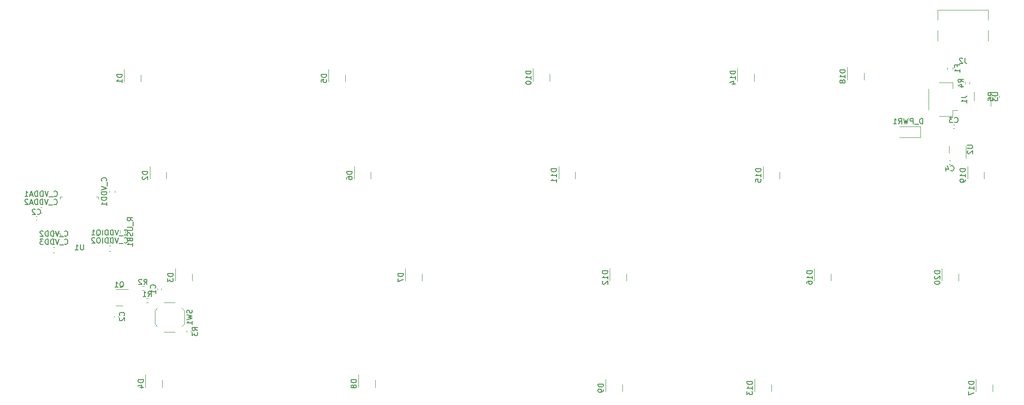
<source format=gbr>
%TF.GenerationSoftware,KiCad,Pcbnew,(6.0.4)*%
%TF.CreationDate,2022-12-31T18:56:14+01:00*%
%TF.ProjectId,PeppyQAZ,50657070-7951-4415-9a2e-6b696361645f,rev?*%
%TF.SameCoordinates,Original*%
%TF.FileFunction,Legend,Bot*%
%TF.FilePolarity,Positive*%
%FSLAX46Y46*%
G04 Gerber Fmt 4.6, Leading zero omitted, Abs format (unit mm)*
G04 Created by KiCad (PCBNEW (6.0.4)) date 2022-12-31 18:56:14*
%MOMM*%
%LPD*%
G01*
G04 APERTURE LIST*
%ADD10C,0.150000*%
%ADD11C,0.120000*%
G04 APERTURE END LIST*
D10*
%TO.C,C_VDDIO1*%
X57198095Y-95997142D02*
X57245714Y-96044761D01*
X57388571Y-96092380D01*
X57483809Y-96092380D01*
X57626666Y-96044761D01*
X57721904Y-95949523D01*
X57769523Y-95854285D01*
X57817142Y-95663809D01*
X57817142Y-95520952D01*
X57769523Y-95330476D01*
X57721904Y-95235238D01*
X57626666Y-95140000D01*
X57483809Y-95092380D01*
X57388571Y-95092380D01*
X57245714Y-95140000D01*
X57198095Y-95187619D01*
X57007619Y-96187619D02*
X56245714Y-96187619D01*
X56150476Y-95092380D02*
X55817142Y-96092380D01*
X55483809Y-95092380D01*
X55150476Y-96092380D02*
X55150476Y-95092380D01*
X54912380Y-95092380D01*
X54769523Y-95140000D01*
X54674285Y-95235238D01*
X54626666Y-95330476D01*
X54579047Y-95520952D01*
X54579047Y-95663809D01*
X54626666Y-95854285D01*
X54674285Y-95949523D01*
X54769523Y-96044761D01*
X54912380Y-96092380D01*
X55150476Y-96092380D01*
X54150476Y-96092380D02*
X54150476Y-95092380D01*
X53912380Y-95092380D01*
X53769523Y-95140000D01*
X53674285Y-95235238D01*
X53626666Y-95330476D01*
X53579047Y-95520952D01*
X53579047Y-95663809D01*
X53626666Y-95854285D01*
X53674285Y-95949523D01*
X53769523Y-96044761D01*
X53912380Y-96092380D01*
X54150476Y-96092380D01*
X53150476Y-96092380D02*
X53150476Y-95092380D01*
X52483809Y-95092380D02*
X52293333Y-95092380D01*
X52198095Y-95140000D01*
X52102857Y-95235238D01*
X52055238Y-95425714D01*
X52055238Y-95759047D01*
X52102857Y-95949523D01*
X52198095Y-96044761D01*
X52293333Y-96092380D01*
X52483809Y-96092380D01*
X52579047Y-96044761D01*
X52674285Y-95949523D01*
X52721904Y-95759047D01*
X52721904Y-95425714D01*
X52674285Y-95235238D01*
X52579047Y-95140000D01*
X52483809Y-95092380D01*
X51102857Y-96092380D02*
X51674285Y-96092380D01*
X51388571Y-96092380D02*
X51388571Y-95092380D01*
X51483809Y-95235238D01*
X51579047Y-95330476D01*
X51674285Y-95378095D01*
%TO.C,D13*%
X174264880Y-123404464D02*
X173264880Y-123404464D01*
X173264880Y-123642559D01*
X173312500Y-123785416D01*
X173407738Y-123880654D01*
X173502976Y-123928273D01*
X173693452Y-123975892D01*
X173836309Y-123975892D01*
X174026785Y-123928273D01*
X174122023Y-123880654D01*
X174217261Y-123785416D01*
X174264880Y-123642559D01*
X174264880Y-123404464D01*
X174264880Y-124928273D02*
X174264880Y-124356845D01*
X174264880Y-124642559D02*
X173264880Y-124642559D01*
X173407738Y-124547321D01*
X173502976Y-124452083D01*
X173550595Y-124356845D01*
X173264880Y-125261607D02*
X173264880Y-125880654D01*
X173645833Y-125547321D01*
X173645833Y-125690178D01*
X173693452Y-125785416D01*
X173741071Y-125833035D01*
X173836309Y-125880654D01*
X174074404Y-125880654D01*
X174169642Y-125833035D01*
X174217261Y-125785416D01*
X174264880Y-125690178D01*
X174264880Y-125404464D01*
X174217261Y-125309226D01*
X174169642Y-125261607D01*
%TO.C,J1*%
X213195880Y-70403166D02*
X213910166Y-70403166D01*
X214053023Y-70355547D01*
X214148261Y-70260309D01*
X214195880Y-70117452D01*
X214195880Y-70022214D01*
X214195880Y-71403166D02*
X214195880Y-70831738D01*
X214195880Y-71117452D02*
X213195880Y-71117452D01*
X213338738Y-71022214D01*
X213433976Y-70926976D01*
X213481595Y-70831738D01*
%TO.C,D7*%
X109177380Y-103243154D02*
X108177380Y-103243154D01*
X108177380Y-103481250D01*
X108225000Y-103624107D01*
X108320238Y-103719345D01*
X108415476Y-103766964D01*
X108605952Y-103814583D01*
X108748809Y-103814583D01*
X108939285Y-103766964D01*
X109034523Y-103719345D01*
X109129761Y-103624107D01*
X109177380Y-103481250D01*
X109177380Y-103243154D01*
X108177380Y-104147916D02*
X108177380Y-104814583D01*
X109177380Y-104386011D01*
%TO.C,D3*%
X66314880Y-103243154D02*
X65314880Y-103243154D01*
X65314880Y-103481250D01*
X65362500Y-103624107D01*
X65457738Y-103719345D01*
X65552976Y-103766964D01*
X65743452Y-103814583D01*
X65886309Y-103814583D01*
X66076785Y-103766964D01*
X66172023Y-103719345D01*
X66267261Y-103624107D01*
X66314880Y-103481250D01*
X66314880Y-103243154D01*
X65314880Y-104147916D02*
X65314880Y-104766964D01*
X65695833Y-104433630D01*
X65695833Y-104576488D01*
X65743452Y-104671726D01*
X65791071Y-104719345D01*
X65886309Y-104766964D01*
X66124404Y-104766964D01*
X66219642Y-104719345D01*
X66267261Y-104671726D01*
X66314880Y-104576488D01*
X66314880Y-104290773D01*
X66267261Y-104195535D01*
X66219642Y-104147916D01*
%TO.C,R2*%
X60846666Y-105312380D02*
X61180000Y-104836190D01*
X61418095Y-105312380D02*
X61418095Y-104312380D01*
X61037142Y-104312380D01*
X60941904Y-104360000D01*
X60894285Y-104407619D01*
X60846666Y-104502857D01*
X60846666Y-104645714D01*
X60894285Y-104740952D01*
X60941904Y-104788571D01*
X61037142Y-104836190D01*
X61418095Y-104836190D01*
X60465714Y-104407619D02*
X60418095Y-104360000D01*
X60322857Y-104312380D01*
X60084761Y-104312380D01*
X59989523Y-104360000D01*
X59941904Y-104407619D01*
X59894285Y-104502857D01*
X59894285Y-104598095D01*
X59941904Y-104740952D01*
X60513333Y-105312380D01*
X59894285Y-105312380D01*
%TO.C,U3*%
X219002380Y-69463095D02*
X219811904Y-69463095D01*
X219907142Y-69510714D01*
X219954761Y-69558333D01*
X220002380Y-69653571D01*
X220002380Y-69844047D01*
X219954761Y-69939285D01*
X219907142Y-69986904D01*
X219811904Y-70034523D01*
X219002380Y-70034523D01*
X219002380Y-70415476D02*
X219002380Y-71034523D01*
X219383333Y-70701190D01*
X219383333Y-70844047D01*
X219430952Y-70939285D01*
X219478571Y-70986904D01*
X219573809Y-71034523D01*
X219811904Y-71034523D01*
X219907142Y-70986904D01*
X219954761Y-70939285D01*
X220002380Y-70844047D01*
X220002380Y-70558333D01*
X219954761Y-70463095D01*
X219907142Y-70415476D01*
%TO.C,C_VDDA1*%
X44094761Y-88787142D02*
X44142380Y-88834761D01*
X44285238Y-88882380D01*
X44380476Y-88882380D01*
X44523333Y-88834761D01*
X44618571Y-88739523D01*
X44666190Y-88644285D01*
X44713809Y-88453809D01*
X44713809Y-88310952D01*
X44666190Y-88120476D01*
X44618571Y-88025238D01*
X44523333Y-87930000D01*
X44380476Y-87882380D01*
X44285238Y-87882380D01*
X44142380Y-87930000D01*
X44094761Y-87977619D01*
X43904285Y-88977619D02*
X43142380Y-88977619D01*
X43047142Y-87882380D02*
X42713809Y-88882380D01*
X42380476Y-87882380D01*
X42047142Y-88882380D02*
X42047142Y-87882380D01*
X41809047Y-87882380D01*
X41666190Y-87930000D01*
X41570952Y-88025238D01*
X41523333Y-88120476D01*
X41475714Y-88310952D01*
X41475714Y-88453809D01*
X41523333Y-88644285D01*
X41570952Y-88739523D01*
X41666190Y-88834761D01*
X41809047Y-88882380D01*
X42047142Y-88882380D01*
X41047142Y-88882380D02*
X41047142Y-87882380D01*
X40809047Y-87882380D01*
X40666190Y-87930000D01*
X40570952Y-88025238D01*
X40523333Y-88120476D01*
X40475714Y-88310952D01*
X40475714Y-88453809D01*
X40523333Y-88644285D01*
X40570952Y-88739523D01*
X40666190Y-88834761D01*
X40809047Y-88882380D01*
X41047142Y-88882380D01*
X40094761Y-88596666D02*
X39618571Y-88596666D01*
X40190000Y-88882380D02*
X39856666Y-87882380D01*
X39523333Y-88882380D01*
X38666190Y-88882380D02*
X39237619Y-88882380D01*
X38951904Y-88882380D02*
X38951904Y-87882380D01*
X39047142Y-88025238D01*
X39142380Y-88120476D01*
X39237619Y-88168095D01*
%TO.C,R_USB1*%
X58772380Y-93432380D02*
X58296190Y-93099047D01*
X58772380Y-92860952D02*
X57772380Y-92860952D01*
X57772380Y-93241904D01*
X57820000Y-93337142D01*
X57867619Y-93384761D01*
X57962857Y-93432380D01*
X58105714Y-93432380D01*
X58200952Y-93384761D01*
X58248571Y-93337142D01*
X58296190Y-93241904D01*
X58296190Y-92860952D01*
X58867619Y-93622857D02*
X58867619Y-94384761D01*
X57772380Y-94622857D02*
X58581904Y-94622857D01*
X58677142Y-94670476D01*
X58724761Y-94718095D01*
X58772380Y-94813333D01*
X58772380Y-95003809D01*
X58724761Y-95099047D01*
X58677142Y-95146666D01*
X58581904Y-95194285D01*
X57772380Y-95194285D01*
X58724761Y-95622857D02*
X58772380Y-95765714D01*
X58772380Y-96003809D01*
X58724761Y-96099047D01*
X58677142Y-96146666D01*
X58581904Y-96194285D01*
X58486666Y-96194285D01*
X58391428Y-96146666D01*
X58343809Y-96099047D01*
X58296190Y-96003809D01*
X58248571Y-95813333D01*
X58200952Y-95718095D01*
X58153333Y-95670476D01*
X58058095Y-95622857D01*
X57962857Y-95622857D01*
X57867619Y-95670476D01*
X57820000Y-95718095D01*
X57772380Y-95813333D01*
X57772380Y-96051428D01*
X57820000Y-96194285D01*
X58248571Y-96956190D02*
X58296190Y-97099047D01*
X58343809Y-97146666D01*
X58439047Y-97194285D01*
X58581904Y-97194285D01*
X58677142Y-97146666D01*
X58724761Y-97099047D01*
X58772380Y-97003809D01*
X58772380Y-96622857D01*
X57772380Y-96622857D01*
X57772380Y-96956190D01*
X57820000Y-97051428D01*
X57867619Y-97099047D01*
X57962857Y-97146666D01*
X58058095Y-97146666D01*
X58153333Y-97099047D01*
X58200952Y-97051428D01*
X58248571Y-96956190D01*
X58248571Y-96622857D01*
X58772380Y-98146666D02*
X58772380Y-97575238D01*
X58772380Y-97860952D02*
X57772380Y-97860952D01*
X57915238Y-97765714D01*
X58010476Y-97670476D01*
X58058095Y-97575238D01*
%TO.C,D16*%
X185377380Y-102766964D02*
X184377380Y-102766964D01*
X184377380Y-103005059D01*
X184425000Y-103147916D01*
X184520238Y-103243154D01*
X184615476Y-103290773D01*
X184805952Y-103338392D01*
X184948809Y-103338392D01*
X185139285Y-103290773D01*
X185234523Y-103243154D01*
X185329761Y-103147916D01*
X185377380Y-103005059D01*
X185377380Y-102766964D01*
X185377380Y-104290773D02*
X185377380Y-103719345D01*
X185377380Y-104005059D02*
X184377380Y-104005059D01*
X184520238Y-103909821D01*
X184615476Y-103814583D01*
X184663095Y-103719345D01*
X184377380Y-105147916D02*
X184377380Y-104957440D01*
X184425000Y-104862202D01*
X184472619Y-104814583D01*
X184615476Y-104719345D01*
X184805952Y-104671726D01*
X185186904Y-104671726D01*
X185282142Y-104719345D01*
X185329761Y-104766964D01*
X185377380Y-104862202D01*
X185377380Y-105052678D01*
X185329761Y-105147916D01*
X185282142Y-105195535D01*
X185186904Y-105243154D01*
X184948809Y-105243154D01*
X184853571Y-105195535D01*
X184805952Y-105147916D01*
X184758333Y-105052678D01*
X184758333Y-104862202D01*
X184805952Y-104766964D01*
X184853571Y-104719345D01*
X184948809Y-104671726D01*
%TO.C,D9*%
X146483630Y-123880654D02*
X145483630Y-123880654D01*
X145483630Y-124118750D01*
X145531250Y-124261607D01*
X145626488Y-124356845D01*
X145721726Y-124404464D01*
X145912202Y-124452083D01*
X146055059Y-124452083D01*
X146245535Y-124404464D01*
X146340773Y-124356845D01*
X146436011Y-124261607D01*
X146483630Y-124118750D01*
X146483630Y-123880654D01*
X146483630Y-124928273D02*
X146483630Y-125118750D01*
X146436011Y-125213988D01*
X146388392Y-125261607D01*
X146245535Y-125356845D01*
X146055059Y-125404464D01*
X145674107Y-125404464D01*
X145578869Y-125356845D01*
X145531250Y-125309226D01*
X145483630Y-125213988D01*
X145483630Y-125023511D01*
X145531250Y-124928273D01*
X145578869Y-124880654D01*
X145674107Y-124833035D01*
X145912202Y-124833035D01*
X146007440Y-124880654D01*
X146055059Y-124928273D01*
X146102678Y-125023511D01*
X146102678Y-125213988D01*
X146055059Y-125309226D01*
X146007440Y-125356845D01*
X145912202Y-125404464D01*
%TO.C,C3*%
X211941666Y-74997142D02*
X211989285Y-75044761D01*
X212132142Y-75092380D01*
X212227380Y-75092380D01*
X212370238Y-75044761D01*
X212465476Y-74949523D01*
X212513095Y-74854285D01*
X212560714Y-74663809D01*
X212560714Y-74520952D01*
X212513095Y-74330476D01*
X212465476Y-74235238D01*
X212370238Y-74140000D01*
X212227380Y-74092380D01*
X212132142Y-74092380D01*
X211989285Y-74140000D01*
X211941666Y-74187619D01*
X211608333Y-74092380D02*
X210989285Y-74092380D01*
X211322619Y-74473333D01*
X211179761Y-74473333D01*
X211084523Y-74520952D01*
X211036904Y-74568571D01*
X210989285Y-74663809D01*
X210989285Y-74901904D01*
X211036904Y-74997142D01*
X211084523Y-75044761D01*
X211179761Y-75092380D01*
X211465476Y-75092380D01*
X211560714Y-75044761D01*
X211608333Y-74997142D01*
%TO.C,C_VDDA2*%
X44079761Y-90297142D02*
X44127380Y-90344761D01*
X44270238Y-90392380D01*
X44365476Y-90392380D01*
X44508333Y-90344761D01*
X44603571Y-90249523D01*
X44651190Y-90154285D01*
X44698809Y-89963809D01*
X44698809Y-89820952D01*
X44651190Y-89630476D01*
X44603571Y-89535238D01*
X44508333Y-89440000D01*
X44365476Y-89392380D01*
X44270238Y-89392380D01*
X44127380Y-89440000D01*
X44079761Y-89487619D01*
X43889285Y-90487619D02*
X43127380Y-90487619D01*
X43032142Y-89392380D02*
X42698809Y-90392380D01*
X42365476Y-89392380D01*
X42032142Y-90392380D02*
X42032142Y-89392380D01*
X41794047Y-89392380D01*
X41651190Y-89440000D01*
X41555952Y-89535238D01*
X41508333Y-89630476D01*
X41460714Y-89820952D01*
X41460714Y-89963809D01*
X41508333Y-90154285D01*
X41555952Y-90249523D01*
X41651190Y-90344761D01*
X41794047Y-90392380D01*
X42032142Y-90392380D01*
X41032142Y-90392380D02*
X41032142Y-89392380D01*
X40794047Y-89392380D01*
X40651190Y-89440000D01*
X40555952Y-89535238D01*
X40508333Y-89630476D01*
X40460714Y-89820952D01*
X40460714Y-89963809D01*
X40508333Y-90154285D01*
X40555952Y-90249523D01*
X40651190Y-90344761D01*
X40794047Y-90392380D01*
X41032142Y-90392380D01*
X40079761Y-90106666D02*
X39603571Y-90106666D01*
X40175000Y-90392380D02*
X39841666Y-89392380D01*
X39508333Y-90392380D01*
X39222619Y-89487619D02*
X39175000Y-89440000D01*
X39079761Y-89392380D01*
X38841666Y-89392380D01*
X38746428Y-89440000D01*
X38698809Y-89487619D01*
X38651190Y-89582857D01*
X38651190Y-89678095D01*
X38698809Y-89820952D01*
X39270238Y-90392380D01*
X38651190Y-90392380D01*
%TO.C,C_VDDIO2*%
X57203095Y-97487142D02*
X57250714Y-97534761D01*
X57393571Y-97582380D01*
X57488809Y-97582380D01*
X57631666Y-97534761D01*
X57726904Y-97439523D01*
X57774523Y-97344285D01*
X57822142Y-97153809D01*
X57822142Y-97010952D01*
X57774523Y-96820476D01*
X57726904Y-96725238D01*
X57631666Y-96630000D01*
X57488809Y-96582380D01*
X57393571Y-96582380D01*
X57250714Y-96630000D01*
X57203095Y-96677619D01*
X57012619Y-97677619D02*
X56250714Y-97677619D01*
X56155476Y-96582380D02*
X55822142Y-97582380D01*
X55488809Y-96582380D01*
X55155476Y-97582380D02*
X55155476Y-96582380D01*
X54917380Y-96582380D01*
X54774523Y-96630000D01*
X54679285Y-96725238D01*
X54631666Y-96820476D01*
X54584047Y-97010952D01*
X54584047Y-97153809D01*
X54631666Y-97344285D01*
X54679285Y-97439523D01*
X54774523Y-97534761D01*
X54917380Y-97582380D01*
X55155476Y-97582380D01*
X54155476Y-97582380D02*
X54155476Y-96582380D01*
X53917380Y-96582380D01*
X53774523Y-96630000D01*
X53679285Y-96725238D01*
X53631666Y-96820476D01*
X53584047Y-97010952D01*
X53584047Y-97153809D01*
X53631666Y-97344285D01*
X53679285Y-97439523D01*
X53774523Y-97534761D01*
X53917380Y-97582380D01*
X54155476Y-97582380D01*
X53155476Y-97582380D02*
X53155476Y-96582380D01*
X52488809Y-96582380D02*
X52298333Y-96582380D01*
X52203095Y-96630000D01*
X52107857Y-96725238D01*
X52060238Y-96915714D01*
X52060238Y-97249047D01*
X52107857Y-97439523D01*
X52203095Y-97534761D01*
X52298333Y-97582380D01*
X52488809Y-97582380D01*
X52584047Y-97534761D01*
X52679285Y-97439523D01*
X52726904Y-97249047D01*
X52726904Y-96915714D01*
X52679285Y-96725238D01*
X52584047Y-96630000D01*
X52488809Y-96582380D01*
X51679285Y-96677619D02*
X51631666Y-96630000D01*
X51536428Y-96582380D01*
X51298333Y-96582380D01*
X51203095Y-96630000D01*
X51155476Y-96677619D01*
X51107857Y-96772857D01*
X51107857Y-96868095D01*
X51155476Y-97010952D01*
X51726904Y-97582380D01*
X51107857Y-97582380D01*
%TO.C,D1*%
X56789880Y-66080654D02*
X55789880Y-66080654D01*
X55789880Y-66318750D01*
X55837500Y-66461607D01*
X55932738Y-66556845D01*
X56027976Y-66604464D01*
X56218452Y-66652083D01*
X56361309Y-66652083D01*
X56551785Y-66604464D01*
X56647023Y-66556845D01*
X56742261Y-66461607D01*
X56789880Y-66318750D01*
X56789880Y-66080654D01*
X56789880Y-67604464D02*
X56789880Y-67033035D01*
X56789880Y-67318750D02*
X55789880Y-67318750D01*
X55932738Y-67223511D01*
X56027976Y-67128273D01*
X56075595Y-67033035D01*
%TO.C,D8*%
X100446130Y-123086904D02*
X99446130Y-123086904D01*
X99446130Y-123325000D01*
X99493750Y-123467857D01*
X99588988Y-123563095D01*
X99684226Y-123610714D01*
X99874702Y-123658333D01*
X100017559Y-123658333D01*
X100208035Y-123610714D01*
X100303273Y-123563095D01*
X100398511Y-123467857D01*
X100446130Y-123325000D01*
X100446130Y-123086904D01*
X99874702Y-124229761D02*
X99827083Y-124134523D01*
X99779464Y-124086904D01*
X99684226Y-124039285D01*
X99636607Y-124039285D01*
X99541369Y-124086904D01*
X99493750Y-124134523D01*
X99446130Y-124229761D01*
X99446130Y-124420238D01*
X99493750Y-124515476D01*
X99541369Y-124563095D01*
X99636607Y-124610714D01*
X99684226Y-124610714D01*
X99779464Y-124563095D01*
X99827083Y-124515476D01*
X99874702Y-124420238D01*
X99874702Y-124229761D01*
X99922321Y-124134523D01*
X99969940Y-124086904D01*
X100065178Y-124039285D01*
X100255654Y-124039285D01*
X100350892Y-124086904D01*
X100398511Y-124134523D01*
X100446130Y-124229761D01*
X100446130Y-124420238D01*
X100398511Y-124515476D01*
X100350892Y-124563095D01*
X100255654Y-124610714D01*
X100065178Y-124610714D01*
X99969940Y-124563095D01*
X99922321Y-124515476D01*
X99874702Y-124420238D01*
%TO.C,D2*%
X61552380Y-84193154D02*
X60552380Y-84193154D01*
X60552380Y-84431250D01*
X60600000Y-84574107D01*
X60695238Y-84669345D01*
X60790476Y-84716964D01*
X60980952Y-84764583D01*
X61123809Y-84764583D01*
X61314285Y-84716964D01*
X61409523Y-84669345D01*
X61504761Y-84574107D01*
X61552380Y-84431250D01*
X61552380Y-84193154D01*
X60647619Y-85145535D02*
X60600000Y-85193154D01*
X60552380Y-85288392D01*
X60552380Y-85526488D01*
X60600000Y-85621726D01*
X60647619Y-85669345D01*
X60742857Y-85716964D01*
X60838095Y-85716964D01*
X60980952Y-85669345D01*
X61552380Y-85097916D01*
X61552380Y-85716964D01*
%TO.C,R5*%
X219151130Y-70058333D02*
X218674940Y-69725000D01*
X219151130Y-69486904D02*
X218151130Y-69486904D01*
X218151130Y-69867857D01*
X218198750Y-69963095D01*
X218246369Y-70010714D01*
X218341607Y-70058333D01*
X218484464Y-70058333D01*
X218579702Y-70010714D01*
X218627321Y-69963095D01*
X218674940Y-69867857D01*
X218674940Y-69486904D01*
X218151130Y-70963095D02*
X218151130Y-70486904D01*
X218627321Y-70439285D01*
X218579702Y-70486904D01*
X218532083Y-70582142D01*
X218532083Y-70820238D01*
X218579702Y-70915476D01*
X218627321Y-70963095D01*
X218722559Y-71010714D01*
X218960654Y-71010714D01*
X219055892Y-70963095D01*
X219103511Y-70915476D01*
X219151130Y-70820238D01*
X219151130Y-70582142D01*
X219103511Y-70486904D01*
X219055892Y-70439285D01*
%TO.C,C2*%
X40956666Y-92137142D02*
X41004285Y-92184761D01*
X41147142Y-92232380D01*
X41242380Y-92232380D01*
X41385238Y-92184761D01*
X41480476Y-92089523D01*
X41528095Y-91994285D01*
X41575714Y-91803809D01*
X41575714Y-91660952D01*
X41528095Y-91470476D01*
X41480476Y-91375238D01*
X41385238Y-91280000D01*
X41242380Y-91232380D01*
X41147142Y-91232380D01*
X41004285Y-91280000D01*
X40956666Y-91327619D01*
X40575714Y-91327619D02*
X40528095Y-91280000D01*
X40432857Y-91232380D01*
X40194761Y-91232380D01*
X40099523Y-91280000D01*
X40051904Y-91327619D01*
X40004285Y-91422857D01*
X40004285Y-91518095D01*
X40051904Y-91660952D01*
X40623333Y-92232380D01*
X40004285Y-92232380D01*
%TO.C,D6*%
X99652380Y-84193154D02*
X98652380Y-84193154D01*
X98652380Y-84431250D01*
X98700000Y-84574107D01*
X98795238Y-84669345D01*
X98890476Y-84716964D01*
X99080952Y-84764583D01*
X99223809Y-84764583D01*
X99414285Y-84716964D01*
X99509523Y-84669345D01*
X99604761Y-84574107D01*
X99652380Y-84431250D01*
X99652380Y-84193154D01*
X98652380Y-85621726D02*
X98652380Y-85431250D01*
X98700000Y-85336011D01*
X98747619Y-85288392D01*
X98890476Y-85193154D01*
X99080952Y-85145535D01*
X99461904Y-85145535D01*
X99557142Y-85193154D01*
X99604761Y-85240773D01*
X99652380Y-85336011D01*
X99652380Y-85526488D01*
X99604761Y-85621726D01*
X99557142Y-85669345D01*
X99461904Y-85716964D01*
X99223809Y-85716964D01*
X99128571Y-85669345D01*
X99080952Y-85621726D01*
X99033333Y-85526488D01*
X99033333Y-85336011D01*
X99080952Y-85240773D01*
X99128571Y-85193154D01*
X99223809Y-85145535D01*
%TO.C,D10*%
X132989880Y-65460714D02*
X131989880Y-65460714D01*
X131989880Y-65698809D01*
X132037500Y-65841666D01*
X132132738Y-65936904D01*
X132227976Y-65984523D01*
X132418452Y-66032142D01*
X132561309Y-66032142D01*
X132751785Y-65984523D01*
X132847023Y-65936904D01*
X132942261Y-65841666D01*
X132989880Y-65698809D01*
X132989880Y-65460714D01*
X132989880Y-66984523D02*
X132989880Y-66413095D01*
X132989880Y-66698809D02*
X131989880Y-66698809D01*
X132132738Y-66603571D01*
X132227976Y-66508333D01*
X132275595Y-66413095D01*
X131989880Y-67603571D02*
X131989880Y-67698809D01*
X132037500Y-67794047D01*
X132085119Y-67841666D01*
X132180357Y-67889285D01*
X132370833Y-67936904D01*
X132608928Y-67936904D01*
X132799404Y-67889285D01*
X132894642Y-67841666D01*
X132942261Y-67794047D01*
X132989880Y-67698809D01*
X132989880Y-67603571D01*
X132942261Y-67508333D01*
X132894642Y-67460714D01*
X132799404Y-67413095D01*
X132608928Y-67365476D01*
X132370833Y-67365476D01*
X132180357Y-67413095D01*
X132085119Y-67460714D01*
X132037500Y-67508333D01*
X131989880Y-67603571D01*
%TO.C,D5*%
X94889880Y-66080654D02*
X93889880Y-66080654D01*
X93889880Y-66318750D01*
X93937500Y-66461607D01*
X94032738Y-66556845D01*
X94127976Y-66604464D01*
X94318452Y-66652083D01*
X94461309Y-66652083D01*
X94651785Y-66604464D01*
X94747023Y-66556845D01*
X94842261Y-66461607D01*
X94889880Y-66318750D01*
X94889880Y-66080654D01*
X93889880Y-67556845D02*
X93889880Y-67080654D01*
X94366071Y-67033035D01*
X94318452Y-67080654D01*
X94270833Y-67175892D01*
X94270833Y-67413988D01*
X94318452Y-67509226D01*
X94366071Y-67556845D01*
X94461309Y-67604464D01*
X94699404Y-67604464D01*
X94794642Y-67556845D01*
X94842261Y-67509226D01*
X94889880Y-67413988D01*
X94889880Y-67175892D01*
X94842261Y-67080654D01*
X94794642Y-67033035D01*
%TO.C,D18*%
X191542380Y-65225714D02*
X190542380Y-65225714D01*
X190542380Y-65463809D01*
X190590000Y-65606666D01*
X190685238Y-65701904D01*
X190780476Y-65749523D01*
X190970952Y-65797142D01*
X191113809Y-65797142D01*
X191304285Y-65749523D01*
X191399523Y-65701904D01*
X191494761Y-65606666D01*
X191542380Y-65463809D01*
X191542380Y-65225714D01*
X191542380Y-66749523D02*
X191542380Y-66178095D01*
X191542380Y-66463809D02*
X190542380Y-66463809D01*
X190685238Y-66368571D01*
X190780476Y-66273333D01*
X190828095Y-66178095D01*
X190970952Y-67320952D02*
X190923333Y-67225714D01*
X190875714Y-67178095D01*
X190780476Y-67130476D01*
X190732857Y-67130476D01*
X190637619Y-67178095D01*
X190590000Y-67225714D01*
X190542380Y-67320952D01*
X190542380Y-67511428D01*
X190590000Y-67606666D01*
X190637619Y-67654285D01*
X190732857Y-67701904D01*
X190780476Y-67701904D01*
X190875714Y-67654285D01*
X190923333Y-67606666D01*
X190970952Y-67511428D01*
X190970952Y-67320952D01*
X191018571Y-67225714D01*
X191066190Y-67178095D01*
X191161428Y-67130476D01*
X191351904Y-67130476D01*
X191447142Y-67178095D01*
X191494761Y-67225714D01*
X191542380Y-67320952D01*
X191542380Y-67511428D01*
X191494761Y-67606666D01*
X191447142Y-67654285D01*
X191351904Y-67701904D01*
X191161428Y-67701904D01*
X191066190Y-67654285D01*
X191018571Y-67606666D01*
X190970952Y-67511428D01*
%TO.C,C_VDD1*%
X53837142Y-85983809D02*
X53884761Y-85936190D01*
X53932380Y-85793333D01*
X53932380Y-85698095D01*
X53884761Y-85555238D01*
X53789523Y-85460000D01*
X53694285Y-85412380D01*
X53503809Y-85364761D01*
X53360952Y-85364761D01*
X53170476Y-85412380D01*
X53075238Y-85460000D01*
X52980000Y-85555238D01*
X52932380Y-85698095D01*
X52932380Y-85793333D01*
X52980000Y-85936190D01*
X53027619Y-85983809D01*
X54027619Y-86174285D02*
X54027619Y-86936190D01*
X52932380Y-87031428D02*
X53932380Y-87364761D01*
X52932380Y-87698095D01*
X53932380Y-88031428D02*
X52932380Y-88031428D01*
X52932380Y-88269523D01*
X52980000Y-88412380D01*
X53075238Y-88507619D01*
X53170476Y-88555238D01*
X53360952Y-88602857D01*
X53503809Y-88602857D01*
X53694285Y-88555238D01*
X53789523Y-88507619D01*
X53884761Y-88412380D01*
X53932380Y-88269523D01*
X53932380Y-88031428D01*
X53932380Y-89031428D02*
X52932380Y-89031428D01*
X52932380Y-89269523D01*
X52980000Y-89412380D01*
X53075238Y-89507619D01*
X53170476Y-89555238D01*
X53360952Y-89602857D01*
X53503809Y-89602857D01*
X53694285Y-89555238D01*
X53789523Y-89507619D01*
X53884761Y-89412380D01*
X53932380Y-89269523D01*
X53932380Y-89031428D01*
X53932380Y-90555238D02*
X53932380Y-89983809D01*
X53932380Y-90269523D02*
X52932380Y-90269523D01*
X53075238Y-90174285D01*
X53170476Y-90079047D01*
X53218095Y-89983809D01*
%TO.C,U2*%
X214302380Y-79313095D02*
X215111904Y-79313095D01*
X215207142Y-79360714D01*
X215254761Y-79408333D01*
X215302380Y-79503571D01*
X215302380Y-79694047D01*
X215254761Y-79789285D01*
X215207142Y-79836904D01*
X215111904Y-79884523D01*
X214302380Y-79884523D01*
X214397619Y-80313095D02*
X214350000Y-80360714D01*
X214302380Y-80455952D01*
X214302380Y-80694047D01*
X214350000Y-80789285D01*
X214397619Y-80836904D01*
X214492857Y-80884523D01*
X214588095Y-80884523D01*
X214730952Y-80836904D01*
X215302380Y-80265476D01*
X215302380Y-80884523D01*
%TO.C,SW1*%
X69784761Y-110086666D02*
X69832380Y-110229523D01*
X69832380Y-110467619D01*
X69784761Y-110562857D01*
X69737142Y-110610476D01*
X69641904Y-110658095D01*
X69546666Y-110658095D01*
X69451428Y-110610476D01*
X69403809Y-110562857D01*
X69356190Y-110467619D01*
X69308571Y-110277142D01*
X69260952Y-110181904D01*
X69213333Y-110134285D01*
X69118095Y-110086666D01*
X69022857Y-110086666D01*
X68927619Y-110134285D01*
X68880000Y-110181904D01*
X68832380Y-110277142D01*
X68832380Y-110515238D01*
X68880000Y-110658095D01*
X68832380Y-110991428D02*
X69832380Y-111229523D01*
X69118095Y-111420000D01*
X69832380Y-111610476D01*
X68832380Y-111848571D01*
X69832380Y-112753333D02*
X69832380Y-112181904D01*
X69832380Y-112467619D02*
X68832380Y-112467619D01*
X68975238Y-112372380D01*
X69070476Y-112277142D01*
X69118095Y-112181904D01*
%TO.C,D19*%
X213952380Y-83716964D02*
X212952380Y-83716964D01*
X212952380Y-83955059D01*
X213000000Y-84097916D01*
X213095238Y-84193154D01*
X213190476Y-84240773D01*
X213380952Y-84288392D01*
X213523809Y-84288392D01*
X213714285Y-84240773D01*
X213809523Y-84193154D01*
X213904761Y-84097916D01*
X213952380Y-83955059D01*
X213952380Y-83716964D01*
X213952380Y-85240773D02*
X213952380Y-84669345D01*
X213952380Y-84955059D02*
X212952380Y-84955059D01*
X213095238Y-84859821D01*
X213190476Y-84764583D01*
X213238095Y-84669345D01*
X213952380Y-85716964D02*
X213952380Y-85907440D01*
X213904761Y-86002678D01*
X213857142Y-86050297D01*
X213714285Y-86145535D01*
X213523809Y-86193154D01*
X213142857Y-86193154D01*
X213047619Y-86145535D01*
X213000000Y-86097916D01*
X212952380Y-86002678D01*
X212952380Y-85812202D01*
X213000000Y-85716964D01*
X213047619Y-85669345D01*
X213142857Y-85621726D01*
X213380952Y-85621726D01*
X213476190Y-85669345D01*
X213523809Y-85716964D01*
X213571428Y-85812202D01*
X213571428Y-86002678D01*
X213523809Y-86097916D01*
X213476190Y-86145535D01*
X213380952Y-86193154D01*
%TO.C,C_VDD3*%
X46061190Y-97737142D02*
X46108809Y-97784761D01*
X46251666Y-97832380D01*
X46346904Y-97832380D01*
X46489761Y-97784761D01*
X46585000Y-97689523D01*
X46632619Y-97594285D01*
X46680238Y-97403809D01*
X46680238Y-97260952D01*
X46632619Y-97070476D01*
X46585000Y-96975238D01*
X46489761Y-96880000D01*
X46346904Y-96832380D01*
X46251666Y-96832380D01*
X46108809Y-96880000D01*
X46061190Y-96927619D01*
X45870714Y-97927619D02*
X45108809Y-97927619D01*
X45013571Y-96832380D02*
X44680238Y-97832380D01*
X44346904Y-96832380D01*
X44013571Y-97832380D02*
X44013571Y-96832380D01*
X43775476Y-96832380D01*
X43632619Y-96880000D01*
X43537380Y-96975238D01*
X43489761Y-97070476D01*
X43442142Y-97260952D01*
X43442142Y-97403809D01*
X43489761Y-97594285D01*
X43537380Y-97689523D01*
X43632619Y-97784761D01*
X43775476Y-97832380D01*
X44013571Y-97832380D01*
X43013571Y-97832380D02*
X43013571Y-96832380D01*
X42775476Y-96832380D01*
X42632619Y-96880000D01*
X42537380Y-96975238D01*
X42489761Y-97070476D01*
X42442142Y-97260952D01*
X42442142Y-97403809D01*
X42489761Y-97594285D01*
X42537380Y-97689523D01*
X42632619Y-97784761D01*
X42775476Y-97832380D01*
X43013571Y-97832380D01*
X42108809Y-96832380D02*
X41489761Y-96832380D01*
X41823095Y-97213333D01*
X41680238Y-97213333D01*
X41585000Y-97260952D01*
X41537380Y-97308571D01*
X41489761Y-97403809D01*
X41489761Y-97641904D01*
X41537380Y-97737142D01*
X41585000Y-97784761D01*
X41680238Y-97832380D01*
X41965952Y-97832380D01*
X42061190Y-97784761D01*
X42108809Y-97737142D01*
%TO.C,D4*%
X60758630Y-123086904D02*
X59758630Y-123086904D01*
X59758630Y-123325000D01*
X59806250Y-123467857D01*
X59901488Y-123563095D01*
X59996726Y-123610714D01*
X60187202Y-123658333D01*
X60330059Y-123658333D01*
X60520535Y-123610714D01*
X60615773Y-123563095D01*
X60711011Y-123467857D01*
X60758630Y-123325000D01*
X60758630Y-123086904D01*
X60091964Y-124515476D02*
X60758630Y-124515476D01*
X59711011Y-124277380D02*
X60425297Y-124039285D01*
X60425297Y-124658333D01*
%TO.C,Q1*%
X56342738Y-105887619D02*
X56437976Y-105840000D01*
X56533214Y-105744761D01*
X56676071Y-105601904D01*
X56771309Y-105554285D01*
X56866547Y-105554285D01*
X56818928Y-105792380D02*
X56914166Y-105744761D01*
X57009404Y-105649523D01*
X57057023Y-105459047D01*
X57057023Y-105125714D01*
X57009404Y-104935238D01*
X56914166Y-104840000D01*
X56818928Y-104792380D01*
X56628452Y-104792380D01*
X56533214Y-104840000D01*
X56437976Y-104935238D01*
X56390357Y-105125714D01*
X56390357Y-105459047D01*
X56437976Y-105649523D01*
X56533214Y-105744761D01*
X56628452Y-105792380D01*
X56818928Y-105792380D01*
X55437976Y-105792380D02*
X56009404Y-105792380D01*
X55723690Y-105792380D02*
X55723690Y-104792380D01*
X55818928Y-104935238D01*
X55914166Y-105030476D01*
X56009404Y-105078095D01*
%TO.C,D12*%
X147277380Y-102766964D02*
X146277380Y-102766964D01*
X146277380Y-103005059D01*
X146325000Y-103147916D01*
X146420238Y-103243154D01*
X146515476Y-103290773D01*
X146705952Y-103338392D01*
X146848809Y-103338392D01*
X147039285Y-103290773D01*
X147134523Y-103243154D01*
X147229761Y-103147916D01*
X147277380Y-103005059D01*
X147277380Y-102766964D01*
X147277380Y-104290773D02*
X147277380Y-103719345D01*
X147277380Y-104005059D02*
X146277380Y-104005059D01*
X146420238Y-103909821D01*
X146515476Y-103814583D01*
X146563095Y-103719345D01*
X146372619Y-104671726D02*
X146325000Y-104719345D01*
X146277380Y-104814583D01*
X146277380Y-105052678D01*
X146325000Y-105147916D01*
X146372619Y-105195535D01*
X146467857Y-105243154D01*
X146563095Y-105243154D01*
X146705952Y-105195535D01*
X147277380Y-104624107D01*
X147277380Y-105243154D01*
%TO.C,R4*%
X213607380Y-67548333D02*
X213131190Y-67215000D01*
X213607380Y-66976904D02*
X212607380Y-66976904D01*
X212607380Y-67357857D01*
X212655000Y-67453095D01*
X212702619Y-67500714D01*
X212797857Y-67548333D01*
X212940714Y-67548333D01*
X213035952Y-67500714D01*
X213083571Y-67453095D01*
X213131190Y-67357857D01*
X213131190Y-66976904D01*
X212940714Y-68405476D02*
X213607380Y-68405476D01*
X212559761Y-68167380D02*
X213274047Y-67929285D01*
X213274047Y-68548333D01*
%TO.C,F1*%
X212433571Y-64641666D02*
X212433571Y-64308333D01*
X212957380Y-64308333D02*
X211957380Y-64308333D01*
X211957380Y-64784523D01*
X212957380Y-65689285D02*
X212957380Y-65117857D01*
X212957380Y-65403571D02*
X211957380Y-65403571D01*
X212100238Y-65308333D01*
X212195476Y-65213095D01*
X212243095Y-65117857D01*
%TO.C,D14*%
X171089880Y-65460714D02*
X170089880Y-65460714D01*
X170089880Y-65698809D01*
X170137500Y-65841666D01*
X170232738Y-65936904D01*
X170327976Y-65984523D01*
X170518452Y-66032142D01*
X170661309Y-66032142D01*
X170851785Y-65984523D01*
X170947023Y-65936904D01*
X171042261Y-65841666D01*
X171089880Y-65698809D01*
X171089880Y-65460714D01*
X171089880Y-66984523D02*
X171089880Y-66413095D01*
X171089880Y-66698809D02*
X170089880Y-66698809D01*
X170232738Y-66603571D01*
X170327976Y-66508333D01*
X170375595Y-66413095D01*
X170423214Y-67841666D02*
X171089880Y-67841666D01*
X170042261Y-67603571D02*
X170756547Y-67365476D01*
X170756547Y-67984523D01*
%TO.C,R3*%
X70862380Y-113893333D02*
X70386190Y-113560000D01*
X70862380Y-113321904D02*
X69862380Y-113321904D01*
X69862380Y-113702857D01*
X69910000Y-113798095D01*
X69957619Y-113845714D01*
X70052857Y-113893333D01*
X70195714Y-113893333D01*
X70290952Y-113845714D01*
X70338571Y-113798095D01*
X70386190Y-113702857D01*
X70386190Y-113321904D01*
X69862380Y-114226666D02*
X69862380Y-114845714D01*
X70243333Y-114512380D01*
X70243333Y-114655238D01*
X70290952Y-114750476D01*
X70338571Y-114798095D01*
X70433809Y-114845714D01*
X70671904Y-114845714D01*
X70767142Y-114798095D01*
X70814761Y-114750476D01*
X70862380Y-114655238D01*
X70862380Y-114369523D01*
X70814761Y-114274285D01*
X70767142Y-114226666D01*
%TO.C,D15*%
X175852380Y-83716964D02*
X174852380Y-83716964D01*
X174852380Y-83955059D01*
X174900000Y-84097916D01*
X174995238Y-84193154D01*
X175090476Y-84240773D01*
X175280952Y-84288392D01*
X175423809Y-84288392D01*
X175614285Y-84240773D01*
X175709523Y-84193154D01*
X175804761Y-84097916D01*
X175852380Y-83955059D01*
X175852380Y-83716964D01*
X175852380Y-85240773D02*
X175852380Y-84669345D01*
X175852380Y-84955059D02*
X174852380Y-84955059D01*
X174995238Y-84859821D01*
X175090476Y-84764583D01*
X175138095Y-84669345D01*
X174852380Y-86145535D02*
X174852380Y-85669345D01*
X175328571Y-85621726D01*
X175280952Y-85669345D01*
X175233333Y-85764583D01*
X175233333Y-86002678D01*
X175280952Y-86097916D01*
X175328571Y-86145535D01*
X175423809Y-86193154D01*
X175661904Y-86193154D01*
X175757142Y-86145535D01*
X175804761Y-86097916D01*
X175852380Y-86002678D01*
X175852380Y-85764583D01*
X175804761Y-85669345D01*
X175757142Y-85621726D01*
%TO.C,C2*%
X57167142Y-111123333D02*
X57214761Y-111075714D01*
X57262380Y-110932857D01*
X57262380Y-110837619D01*
X57214761Y-110694761D01*
X57119523Y-110599523D01*
X57024285Y-110551904D01*
X56833809Y-110504285D01*
X56690952Y-110504285D01*
X56500476Y-110551904D01*
X56405238Y-110599523D01*
X56310000Y-110694761D01*
X56262380Y-110837619D01*
X56262380Y-110932857D01*
X56310000Y-111075714D01*
X56357619Y-111123333D01*
X56357619Y-111504285D02*
X56310000Y-111551904D01*
X56262380Y-111647142D01*
X56262380Y-111885238D01*
X56310000Y-111980476D01*
X56357619Y-112028095D01*
X56452857Y-112075714D01*
X56548095Y-112075714D01*
X56690952Y-112028095D01*
X57262380Y-111456666D01*
X57262380Y-112075714D01*
%TO.C,D11*%
X137752380Y-83716964D02*
X136752380Y-83716964D01*
X136752380Y-83955059D01*
X136800000Y-84097916D01*
X136895238Y-84193154D01*
X136990476Y-84240773D01*
X137180952Y-84288392D01*
X137323809Y-84288392D01*
X137514285Y-84240773D01*
X137609523Y-84193154D01*
X137704761Y-84097916D01*
X137752380Y-83955059D01*
X137752380Y-83716964D01*
X137752380Y-85240773D02*
X137752380Y-84669345D01*
X137752380Y-84955059D02*
X136752380Y-84955059D01*
X136895238Y-84859821D01*
X136990476Y-84764583D01*
X137038095Y-84669345D01*
X137752380Y-86193154D02*
X137752380Y-85621726D01*
X137752380Y-85907440D02*
X136752380Y-85907440D01*
X136895238Y-85812202D01*
X136990476Y-85716964D01*
X137038095Y-85621726D01*
%TO.C,R1*%
X61616666Y-107552380D02*
X61950000Y-107076190D01*
X62188095Y-107552380D02*
X62188095Y-106552380D01*
X61807142Y-106552380D01*
X61711904Y-106600000D01*
X61664285Y-106647619D01*
X61616666Y-106742857D01*
X61616666Y-106885714D01*
X61664285Y-106980952D01*
X61711904Y-107028571D01*
X61807142Y-107076190D01*
X62188095Y-107076190D01*
X60664285Y-107552380D02*
X61235714Y-107552380D01*
X60950000Y-107552380D02*
X60950000Y-106552380D01*
X61045238Y-106695238D01*
X61140476Y-106790476D01*
X61235714Y-106838095D01*
%TO.C,C_VDD2*%
X46056190Y-96217142D02*
X46103809Y-96264761D01*
X46246666Y-96312380D01*
X46341904Y-96312380D01*
X46484761Y-96264761D01*
X46580000Y-96169523D01*
X46627619Y-96074285D01*
X46675238Y-95883809D01*
X46675238Y-95740952D01*
X46627619Y-95550476D01*
X46580000Y-95455238D01*
X46484761Y-95360000D01*
X46341904Y-95312380D01*
X46246666Y-95312380D01*
X46103809Y-95360000D01*
X46056190Y-95407619D01*
X45865714Y-96407619D02*
X45103809Y-96407619D01*
X45008571Y-95312380D02*
X44675238Y-96312380D01*
X44341904Y-95312380D01*
X44008571Y-96312380D02*
X44008571Y-95312380D01*
X43770476Y-95312380D01*
X43627619Y-95360000D01*
X43532380Y-95455238D01*
X43484761Y-95550476D01*
X43437142Y-95740952D01*
X43437142Y-95883809D01*
X43484761Y-96074285D01*
X43532380Y-96169523D01*
X43627619Y-96264761D01*
X43770476Y-96312380D01*
X44008571Y-96312380D01*
X43008571Y-96312380D02*
X43008571Y-95312380D01*
X42770476Y-95312380D01*
X42627619Y-95360000D01*
X42532380Y-95455238D01*
X42484761Y-95550476D01*
X42437142Y-95740952D01*
X42437142Y-95883809D01*
X42484761Y-96074285D01*
X42532380Y-96169523D01*
X42627619Y-96264761D01*
X42770476Y-96312380D01*
X43008571Y-96312380D01*
X42056190Y-95407619D02*
X42008571Y-95360000D01*
X41913333Y-95312380D01*
X41675238Y-95312380D01*
X41580000Y-95360000D01*
X41532380Y-95407619D01*
X41484761Y-95502857D01*
X41484761Y-95598095D01*
X41532380Y-95740952D01*
X42103809Y-96312380D01*
X41484761Y-96312380D01*
%TO.C,U1*%
X49591904Y-97832380D02*
X49591904Y-98641904D01*
X49544285Y-98737142D01*
X49496666Y-98784761D01*
X49401428Y-98832380D01*
X49210952Y-98832380D01*
X49115714Y-98784761D01*
X49068095Y-98737142D01*
X49020476Y-98641904D01*
X49020476Y-97832380D01*
X48020476Y-98832380D02*
X48591904Y-98832380D01*
X48306190Y-98832380D02*
X48306190Y-97832380D01*
X48401428Y-97975238D01*
X48496666Y-98070476D01*
X48591904Y-98118095D01*
%TO.C,J2*%
X213852083Y-63041130D02*
X213852083Y-63755416D01*
X213899702Y-63898273D01*
X213994940Y-63993511D01*
X214137797Y-64041130D01*
X214233035Y-64041130D01*
X213423511Y-63136369D02*
X213375892Y-63088750D01*
X213280654Y-63041130D01*
X213042559Y-63041130D01*
X212947321Y-63088750D01*
X212899702Y-63136369D01*
X212852083Y-63231607D01*
X212852083Y-63326845D01*
X212899702Y-63469702D01*
X213471130Y-64041130D01*
X212852083Y-64041130D01*
%TO.C,D17*%
X215539880Y-123404464D02*
X214539880Y-123404464D01*
X214539880Y-123642559D01*
X214587500Y-123785416D01*
X214682738Y-123880654D01*
X214777976Y-123928273D01*
X214968452Y-123975892D01*
X215111309Y-123975892D01*
X215301785Y-123928273D01*
X215397023Y-123880654D01*
X215492261Y-123785416D01*
X215539880Y-123642559D01*
X215539880Y-123404464D01*
X215539880Y-124928273D02*
X215539880Y-124356845D01*
X215539880Y-124642559D02*
X214539880Y-124642559D01*
X214682738Y-124547321D01*
X214777976Y-124452083D01*
X214825595Y-124356845D01*
X214539880Y-125261607D02*
X214539880Y-125928273D01*
X215539880Y-125499702D01*
%TO.C,C1*%
X62937142Y-105983333D02*
X62984761Y-105935714D01*
X63032380Y-105792857D01*
X63032380Y-105697619D01*
X62984761Y-105554761D01*
X62889523Y-105459523D01*
X62794285Y-105411904D01*
X62603809Y-105364285D01*
X62460952Y-105364285D01*
X62270476Y-105411904D01*
X62175238Y-105459523D01*
X62080000Y-105554761D01*
X62032380Y-105697619D01*
X62032380Y-105792857D01*
X62080000Y-105935714D01*
X62127619Y-105983333D01*
X63032380Y-106935714D02*
X63032380Y-106364285D01*
X63032380Y-106650000D02*
X62032380Y-106650000D01*
X62175238Y-106554761D01*
X62270476Y-106459523D01*
X62318095Y-106364285D01*
%TO.C,C4*%
X211186666Y-84017142D02*
X211234285Y-84064761D01*
X211377142Y-84112380D01*
X211472380Y-84112380D01*
X211615238Y-84064761D01*
X211710476Y-83969523D01*
X211758095Y-83874285D01*
X211805714Y-83683809D01*
X211805714Y-83540952D01*
X211758095Y-83350476D01*
X211710476Y-83255238D01*
X211615238Y-83160000D01*
X211472380Y-83112380D01*
X211377142Y-83112380D01*
X211234285Y-83160000D01*
X211186666Y-83207619D01*
X210329523Y-83445714D02*
X210329523Y-84112380D01*
X210567619Y-83064761D02*
X210805714Y-83779047D01*
X210186666Y-83779047D01*
%TO.C,D20*%
X209189880Y-102766964D02*
X208189880Y-102766964D01*
X208189880Y-103005059D01*
X208237500Y-103147916D01*
X208332738Y-103243154D01*
X208427976Y-103290773D01*
X208618452Y-103338392D01*
X208761309Y-103338392D01*
X208951785Y-103290773D01*
X209047023Y-103243154D01*
X209142261Y-103147916D01*
X209189880Y-103005059D01*
X209189880Y-102766964D01*
X208285119Y-103719345D02*
X208237500Y-103766964D01*
X208189880Y-103862202D01*
X208189880Y-104100297D01*
X208237500Y-104195535D01*
X208285119Y-104243154D01*
X208380357Y-104290773D01*
X208475595Y-104290773D01*
X208618452Y-104243154D01*
X209189880Y-103671726D01*
X209189880Y-104290773D01*
X208189880Y-104909821D02*
X208189880Y-105005059D01*
X208237500Y-105100297D01*
X208285119Y-105147916D01*
X208380357Y-105195535D01*
X208570833Y-105243154D01*
X208808928Y-105243154D01*
X208999404Y-105195535D01*
X209094642Y-105147916D01*
X209142261Y-105100297D01*
X209189880Y-105005059D01*
X209189880Y-104909821D01*
X209142261Y-104814583D01*
X209094642Y-104766964D01*
X208999404Y-104719345D01*
X208808928Y-104671726D01*
X208570833Y-104671726D01*
X208380357Y-104719345D01*
X208285119Y-104766964D01*
X208237500Y-104814583D01*
X208189880Y-104909821D01*
%TO.C,D_PWR1*%
X205970476Y-75302380D02*
X205970476Y-74302380D01*
X205732380Y-74302380D01*
X205589523Y-74350000D01*
X205494285Y-74445238D01*
X205446666Y-74540476D01*
X205399047Y-74730952D01*
X205399047Y-74873809D01*
X205446666Y-75064285D01*
X205494285Y-75159523D01*
X205589523Y-75254761D01*
X205732380Y-75302380D01*
X205970476Y-75302380D01*
X205208571Y-75397619D02*
X204446666Y-75397619D01*
X204208571Y-75302380D02*
X204208571Y-74302380D01*
X203827619Y-74302380D01*
X203732380Y-74350000D01*
X203684761Y-74397619D01*
X203637142Y-74492857D01*
X203637142Y-74635714D01*
X203684761Y-74730952D01*
X203732380Y-74778571D01*
X203827619Y-74826190D01*
X204208571Y-74826190D01*
X203303809Y-74302380D02*
X203065714Y-75302380D01*
X202875238Y-74588095D01*
X202684761Y-75302380D01*
X202446666Y-74302380D01*
X201494285Y-75302380D02*
X201827619Y-74826190D01*
X202065714Y-75302380D02*
X202065714Y-74302380D01*
X201684761Y-74302380D01*
X201589523Y-74350000D01*
X201541904Y-74397619D01*
X201494285Y-74492857D01*
X201494285Y-74635714D01*
X201541904Y-74730952D01*
X201589523Y-74778571D01*
X201684761Y-74826190D01*
X202065714Y-74826190D01*
X200541904Y-75302380D02*
X201113333Y-75302380D01*
X200827619Y-75302380D02*
X200827619Y-74302380D01*
X200922857Y-74445238D01*
X201018095Y-74540476D01*
X201113333Y-74588095D01*
D11*
%TO.C,C_VDDIO1*%
X54600580Y-96560000D02*
X54319420Y-96560000D01*
X54600580Y-97580000D02*
X54319420Y-97580000D01*
%TO.C,D13*%
X174652500Y-124618750D02*
X174652500Y-125268750D01*
X174652500Y-124618750D02*
X174652500Y-122943750D01*
X177772500Y-124618750D02*
X177772500Y-123968750D01*
X177772500Y-124618750D02*
X177772500Y-125268750D01*
%TO.C,J1*%
X211548500Y-72796500D02*
X212538500Y-72796500D01*
X209048500Y-73846500D02*
X211548500Y-73846500D01*
X207078500Y-72676500D02*
X207078500Y-68796500D01*
X209048500Y-67626500D02*
X211548500Y-67626500D01*
X211548500Y-73846500D02*
X211548500Y-72796500D01*
X211548500Y-67626500D02*
X211548500Y-68676500D01*
%TO.C,D7*%
X109565000Y-103981250D02*
X109565000Y-104631250D01*
X112685000Y-103981250D02*
X112685000Y-104631250D01*
X112685000Y-103981250D02*
X112685000Y-103331250D01*
X109565000Y-103981250D02*
X109565000Y-102306250D01*
%TO.C,D3*%
X69822500Y-103981250D02*
X69822500Y-103331250D01*
X66702500Y-103981250D02*
X66702500Y-102306250D01*
X69822500Y-103981250D02*
X69822500Y-104631250D01*
X66702500Y-103981250D02*
X66702500Y-104631250D01*
%TO.C,R2*%
X60833641Y-106410000D02*
X60526359Y-106410000D01*
X60833641Y-105650000D02*
X60526359Y-105650000D01*
%TO.C,U3*%
X215590000Y-70225000D02*
X215590000Y-69425000D01*
X218710000Y-70225000D02*
X218710000Y-69425000D01*
X215590000Y-70225000D02*
X215590000Y-71025000D01*
X218710000Y-70225000D02*
X218710000Y-72025000D01*
%TO.C,C_VDDA1*%
X41830580Y-90370000D02*
X41549420Y-90370000D01*
X41830580Y-89350000D02*
X41549420Y-89350000D01*
%TO.C,R_USB1*%
X57412500Y-95717258D02*
X57412500Y-95242742D01*
X56367500Y-95717258D02*
X56367500Y-95242742D01*
%TO.C,D16*%
X188885000Y-103981250D02*
X188885000Y-104631250D01*
X185765000Y-103981250D02*
X185765000Y-104631250D01*
X185765000Y-103981250D02*
X185765000Y-102306250D01*
X188885000Y-103981250D02*
X188885000Y-103331250D01*
%TO.C,D9*%
X146871250Y-124618750D02*
X146871250Y-125268750D01*
X149991250Y-124618750D02*
X149991250Y-125268750D01*
X146871250Y-124618750D02*
X146871250Y-122943750D01*
X149991250Y-124618750D02*
X149991250Y-123968750D01*
%TO.C,C3*%
X211882836Y-76160000D02*
X211667164Y-76160000D01*
X211882836Y-75440000D02*
X211667164Y-75440000D01*
%TO.C,C_VDDA2*%
X41815580Y-90860000D02*
X41534420Y-90860000D01*
X41815580Y-91880000D02*
X41534420Y-91880000D01*
%TO.C,C_VDDIO2*%
X54605580Y-98050000D02*
X54324420Y-98050000D01*
X54605580Y-99070000D02*
X54324420Y-99070000D01*
%TO.C,D1*%
X60297500Y-66818750D02*
X60297500Y-67468750D01*
X57177500Y-66818750D02*
X57177500Y-67468750D01*
X60297500Y-66818750D02*
X60297500Y-66168750D01*
X57177500Y-66818750D02*
X57177500Y-65143750D01*
%TO.C,D8*%
X103953750Y-123825000D02*
X103953750Y-124475000D01*
X100833750Y-123825000D02*
X100833750Y-122150000D01*
X103953750Y-123825000D02*
X103953750Y-123175000D01*
X100833750Y-123825000D02*
X100833750Y-124475000D01*
%TO.C,D2*%
X61940000Y-84931250D02*
X61940000Y-83256250D01*
X61940000Y-84931250D02*
X61940000Y-85581250D01*
X65060000Y-84931250D02*
X65060000Y-84281250D01*
X65060000Y-84931250D02*
X65060000Y-85581250D01*
%TO.C,R5*%
X219488750Y-70071359D02*
X219488750Y-70378641D01*
X220248750Y-70071359D02*
X220248750Y-70378641D01*
%TO.C,C2*%
X40897836Y-93300000D02*
X40682164Y-93300000D01*
X40897836Y-92580000D02*
X40682164Y-92580000D01*
%TO.C,D6*%
X100040000Y-84931250D02*
X100040000Y-85581250D01*
X100040000Y-84931250D02*
X100040000Y-83256250D01*
X103160000Y-84931250D02*
X103160000Y-84281250D01*
X103160000Y-84931250D02*
X103160000Y-85581250D01*
%TO.C,D10*%
X136497500Y-66675000D02*
X136497500Y-66025000D01*
X133377500Y-66675000D02*
X133377500Y-67325000D01*
X136497500Y-66675000D02*
X136497500Y-67325000D01*
X133377500Y-66675000D02*
X133377500Y-65000000D01*
%TO.C,D5*%
X98397500Y-66818750D02*
X98397500Y-66168750D01*
X98397500Y-66818750D02*
X98397500Y-67468750D01*
X95277500Y-66818750D02*
X95277500Y-65143750D01*
X95277500Y-66818750D02*
X95277500Y-67468750D01*
%TO.C,D18*%
X191930000Y-66440000D02*
X191930000Y-64765000D01*
X191930000Y-66440000D02*
X191930000Y-67090000D01*
X195050000Y-66440000D02*
X195050000Y-65790000D01*
X195050000Y-66440000D02*
X195050000Y-67090000D01*
%TO.C,C_VDD1*%
X54400000Y-87819420D02*
X54400000Y-88100580D01*
X55420000Y-87819420D02*
X55420000Y-88100580D01*
%TO.C,U2*%
X214010000Y-80075000D02*
X214010000Y-81750000D01*
X210890000Y-80075000D02*
X210890000Y-80725000D01*
X210890000Y-80075000D02*
X210890000Y-79425000D01*
X214010000Y-80075000D02*
X214010000Y-79425000D01*
%TO.C,SW1*%
X66630000Y-108670000D02*
X64630000Y-108670000D01*
X63330000Y-113120000D02*
X62880000Y-112670000D01*
X63330000Y-109720000D02*
X62880000Y-110170000D01*
X67930000Y-109720000D02*
X68380000Y-110170000D01*
X62880000Y-112670000D02*
X62880000Y-110170000D01*
X66630000Y-114170000D02*
X64630000Y-114170000D01*
X68380000Y-112670000D02*
X68380000Y-110170000D01*
X67930000Y-113120000D02*
X68380000Y-112670000D01*
%TO.C,D19*%
X214340000Y-84931250D02*
X214340000Y-85581250D01*
X217460000Y-84931250D02*
X217460000Y-84281250D01*
X217460000Y-84931250D02*
X217460000Y-85581250D01*
X214340000Y-84931250D02*
X214340000Y-83256250D01*
%TO.C,C_VDD3*%
X44225580Y-99320000D02*
X43944420Y-99320000D01*
X44225580Y-98300000D02*
X43944420Y-98300000D01*
%TO.C,D4*%
X61146250Y-123825000D02*
X61146250Y-124475000D01*
X64266250Y-123825000D02*
X64266250Y-123175000D01*
X64266250Y-123825000D02*
X64266250Y-124475000D01*
X61146250Y-123825000D02*
X61146250Y-122150000D01*
%TO.C,Q1*%
X56247500Y-106180000D02*
X57922500Y-106180000D01*
X56247500Y-109300000D02*
X55597500Y-109300000D01*
X56247500Y-106180000D02*
X55597500Y-106180000D01*
X56247500Y-109300000D02*
X56897500Y-109300000D01*
%TO.C,D12*%
X150785000Y-103981250D02*
X150785000Y-104631250D01*
X147665000Y-103981250D02*
X147665000Y-104631250D01*
X147665000Y-103981250D02*
X147665000Y-102306250D01*
X150785000Y-103981250D02*
X150785000Y-103331250D01*
%TO.C,R4*%
X214705000Y-67561359D02*
X214705000Y-67868641D01*
X213945000Y-67561359D02*
X213945000Y-67868641D01*
%TO.C,F1*%
X211585000Y-65137779D02*
X211585000Y-64812221D01*
X210565000Y-65137779D02*
X210565000Y-64812221D01*
%TO.C,D14*%
X171477500Y-66675000D02*
X171477500Y-67325000D01*
X171477500Y-66675000D02*
X171477500Y-65000000D01*
X174597500Y-66675000D02*
X174597500Y-66025000D01*
X174597500Y-66675000D02*
X174597500Y-67325000D01*
%TO.C,R3*%
X68860000Y-114213641D02*
X68860000Y-113906359D01*
X69620000Y-114213641D02*
X69620000Y-113906359D01*
%TO.C,D15*%
X179360000Y-84931250D02*
X179360000Y-85581250D01*
X176240000Y-84931250D02*
X176240000Y-85581250D01*
X176240000Y-84931250D02*
X176240000Y-83256250D01*
X179360000Y-84931250D02*
X179360000Y-84281250D01*
%TO.C,C2*%
X56010000Y-111397836D02*
X56010000Y-111182164D01*
X55290000Y-111397836D02*
X55290000Y-111182164D01*
%TO.C,D11*%
X138140000Y-84931250D02*
X138140000Y-83256250D01*
X138140000Y-84931250D02*
X138140000Y-85581250D01*
X141260000Y-84931250D02*
X141260000Y-84281250D01*
X141260000Y-84931250D02*
X141260000Y-85581250D01*
%TO.C,R1*%
X61603641Y-108650000D02*
X61296359Y-108650000D01*
X61603641Y-107890000D02*
X61296359Y-107890000D01*
%TO.C,C_VDD2*%
X44220580Y-96780000D02*
X43939420Y-96780000D01*
X44220580Y-97800000D02*
X43939420Y-97800000D01*
%TO.C,U1*%
X51990000Y-88920000D02*
X52440000Y-88920000D01*
X52440000Y-96140000D02*
X52440000Y-95690000D01*
X45220000Y-96140000D02*
X45220000Y-95690000D01*
X45220000Y-95690000D02*
X43930000Y-95690000D01*
X45670000Y-96140000D02*
X45220000Y-96140000D01*
X51990000Y-96140000D02*
X52440000Y-96140000D01*
X45220000Y-88920000D02*
X45220000Y-89370000D01*
X52440000Y-88920000D02*
X52440000Y-89370000D01*
X45670000Y-88920000D02*
X45220000Y-88920000D01*
%TO.C,J2*%
X218218750Y-59843750D02*
X218218750Y-57843750D01*
X208818750Y-54043750D02*
X218218750Y-54043750D01*
X218218750Y-55943750D02*
X218218750Y-54043750D01*
X208818750Y-55943750D02*
X208818750Y-54043750D01*
X208818750Y-59843750D02*
X208818750Y-57843750D01*
%TO.C,D17*%
X215927500Y-124618750D02*
X215927500Y-122943750D01*
X219047500Y-124618750D02*
X219047500Y-123968750D01*
X219047500Y-124618750D02*
X219047500Y-125268750D01*
X215927500Y-124618750D02*
X215927500Y-125268750D01*
%TO.C,C1*%
X63380000Y-106042164D02*
X63380000Y-106257836D01*
X64100000Y-106042164D02*
X64100000Y-106257836D01*
%TO.C,C4*%
X210912164Y-82860000D02*
X211127836Y-82860000D01*
X210912164Y-82140000D02*
X211127836Y-82140000D01*
%TO.C,D20*%
X209577500Y-103981250D02*
X209577500Y-102306250D01*
X212697500Y-103981250D02*
X212697500Y-103331250D01*
X209577500Y-103981250D02*
X209577500Y-104631250D01*
X212697500Y-103981250D02*
X212697500Y-104631250D01*
%TO.C,D_PWR1*%
X205530000Y-77850000D02*
X201630000Y-77850000D01*
X205530000Y-75850000D02*
X205530000Y-77850000D01*
X205530000Y-75850000D02*
X201630000Y-75850000D01*
%TD*%
M02*

</source>
